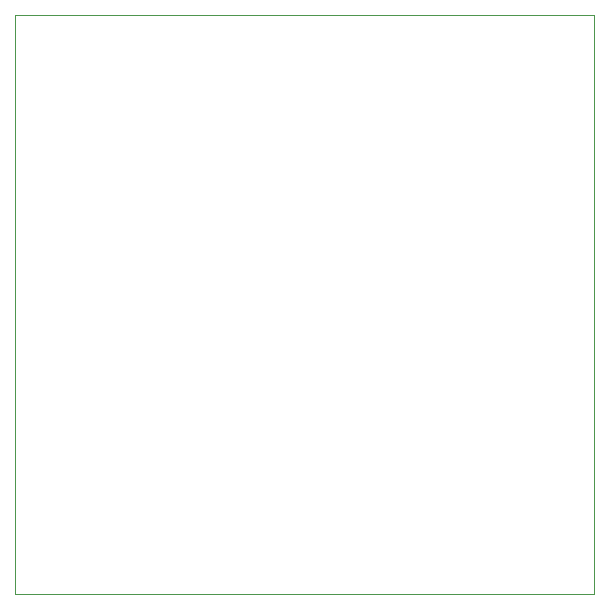
<source format=gbr>
G04 #@! TF.FileFunction,Profile,NP*
%FSLAX46Y46*%
G04 Gerber Fmt 4.6, Leading zero omitted, Abs format (unit mm)*
G04 Created by KiCad (PCBNEW (2014-11-27 BZR 5304)-product) date 12/5/2014 1:18:37 AM*
%MOMM*%
G01*
G04 APERTURE LIST*
%ADD10C,0.100000*%
G04 APERTURE END LIST*
D10*
X215000000Y-154000000D02*
X166000000Y-154000000D01*
X215000000Y-105000000D02*
X215000000Y-154000000D01*
X166000000Y-105000000D02*
X215000000Y-105000000D01*
X166000000Y-154000000D02*
X166000000Y-105000000D01*
M02*

</source>
